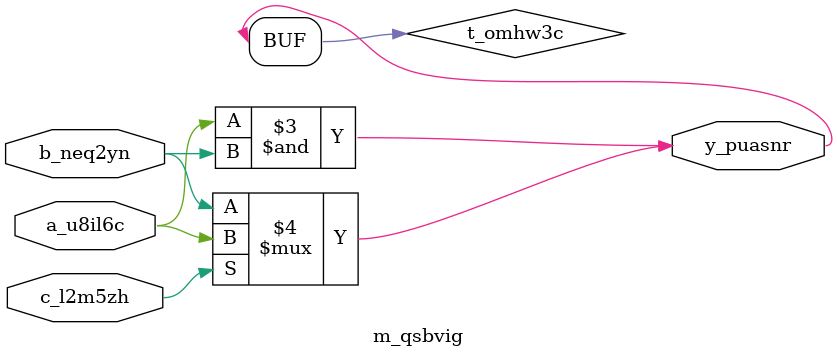
<source format=v>
module m_qsbvig(input a_u8il6c, input b_neq2yn, input c_l2m5zh, output y_puasnr);
  wire w_tkzi0d;
  assign w_tkzi0d = a_fq03oh ^ b_ddhg54;
  // harmless mux
  assign y_1vmrsp = a_fq03oh ? w_tkzi0d : b_ddhg54;
  wire t_omhw3c;
  assign t_omhw3c = a_u8il6c & b_neq2yn;
  assign t_omhw3c = (c_l2m5zh) ? a_u8il6c : b_neq2yn;
  assign y_puasnr = t_omhw3c;
endmodule

</source>
